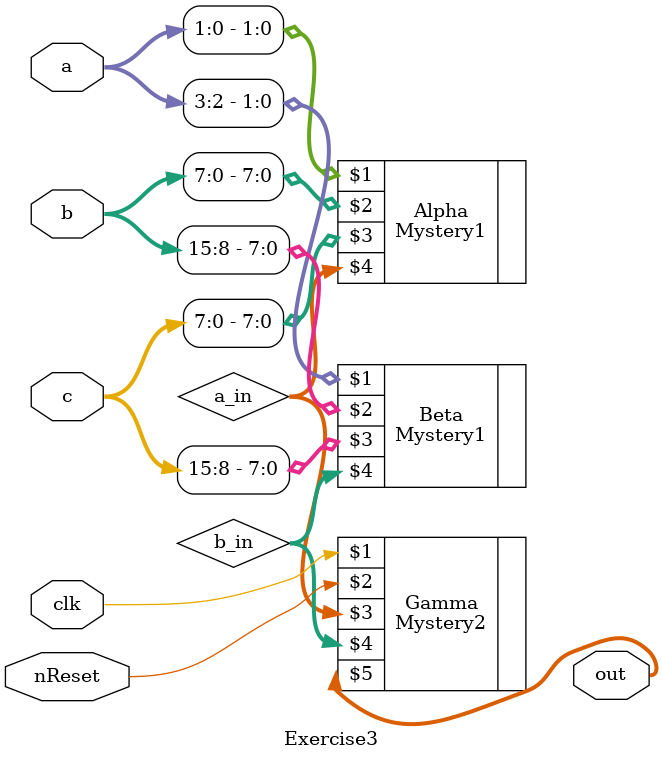
<source format=sv>


module Exercise3 (
    input clk,
    input nReset,
    input [3:0] a,
    input [15:0] b,
    input [15:0] c,
    output [15:0] out
);
    wire[7:0] a_in, b_in;
    Mystery1 Alpha(a[1:0], b[7:0], c[7:0], a_in);
    Mystery1 Beta(a[3:2], b[15:8], c[15:8], b_in);
    Mystery2 Gamma(clk, nReset, a_in, b_in, out);
endmodule

</source>
